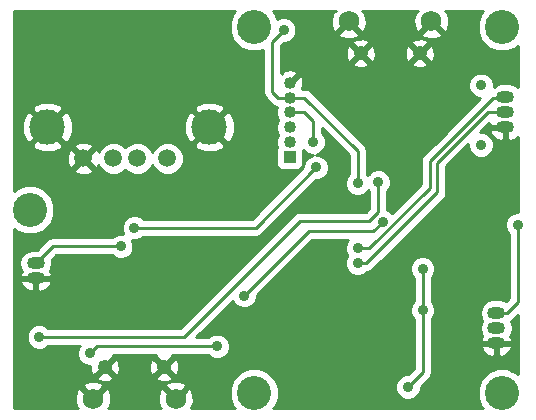
<source format=gbl>
G04 (created by PCBNEW (2013-07-07 BZR 4022)-stable) date 3/23/2015 10:09:48 AM*
%MOIN*%
G04 Gerber Fmt 3.4, Leading zero omitted, Abs format*
%FSLAX34Y34*%
G01*
G70*
G90*
G04 APERTURE LIST*
%ADD10C,0.00590551*%
%ADD11O,0.059X0.042*%
%ADD12R,0.04X0.04*%
%ADD13C,0.04*%
%ADD14C,0.113386*%
%ADD15C,0.0689*%
%ADD16C,0.0492*%
%ADD17C,0.0591*%
%ADD18C,0.1181*%
%ADD19C,0.035*%
%ADD20C,0.01*%
G04 APERTURE END LIST*
G54D10*
G54D11*
X87893Y-69094D03*
X87893Y-68594D03*
X87893Y-68094D03*
X87598Y-75295D03*
X87598Y-75795D03*
X87598Y-76295D03*
G54D12*
X80708Y-70078D03*
G54D13*
X80708Y-69586D03*
X80708Y-69094D03*
X80708Y-68602D03*
X80708Y-68110D03*
X80708Y-67618D03*
G54D14*
X79527Y-77952D03*
X87795Y-77952D03*
X87795Y-65748D03*
X79527Y-65748D03*
G54D15*
X85433Y-65570D03*
G54D16*
X85039Y-66633D03*
X83071Y-66633D03*
G54D15*
X82677Y-65570D03*
G54D17*
X73836Y-70137D03*
X74836Y-70137D03*
X75636Y-70137D03*
X76636Y-70137D03*
G54D18*
X72636Y-69087D03*
X78036Y-69087D03*
G54D15*
X74153Y-78149D03*
G54D16*
X74547Y-77086D03*
X76515Y-77086D03*
G54D15*
X76909Y-78149D03*
G54D11*
X72244Y-73633D03*
X72244Y-74122D03*
G54D14*
X72047Y-71850D03*
G54D19*
X87086Y-67696D03*
X87086Y-69685D03*
X81200Y-77972D03*
X80019Y-75098D03*
X78700Y-67972D03*
X85629Y-76653D03*
X78562Y-75688D03*
X76023Y-77736D03*
X76220Y-73602D03*
X77263Y-74192D03*
X86102Y-71082D03*
X84842Y-70669D03*
X85925Y-73425D03*
X87992Y-71555D03*
X82578Y-74507D03*
X82972Y-71751D03*
X85137Y-75196D03*
X85137Y-73818D03*
X84645Y-77755D03*
X72362Y-76082D03*
X83661Y-70925D03*
X75531Y-72440D03*
X81594Y-70433D03*
X83818Y-72244D03*
X79192Y-74704D03*
X75078Y-73070D03*
X88326Y-72342D03*
X81496Y-69586D03*
X82972Y-73622D03*
X82972Y-73129D03*
X82972Y-70964D03*
X80511Y-65846D03*
X74055Y-76633D03*
X78287Y-76397D03*
G54D20*
X85137Y-73818D02*
X85137Y-75196D01*
X85137Y-77263D02*
X85137Y-75196D01*
X85137Y-77263D02*
X84645Y-77755D01*
X77185Y-76082D02*
X72362Y-76082D01*
X81062Y-72204D02*
X77185Y-76082D01*
X83366Y-72204D02*
X81062Y-72204D01*
X83661Y-71909D02*
X83366Y-72204D01*
X83661Y-70925D02*
X83661Y-71909D01*
X79586Y-72440D02*
X75531Y-72440D01*
X81594Y-70433D02*
X79586Y-72440D01*
X75078Y-73070D02*
X72807Y-73070D01*
X83818Y-72244D02*
X83503Y-72559D01*
X83503Y-72559D02*
X81338Y-72559D01*
X81338Y-72559D02*
X79192Y-74704D01*
X72807Y-73070D02*
X72244Y-73633D01*
X87598Y-75295D02*
X87952Y-75295D01*
X88326Y-74921D02*
X88326Y-72342D01*
X87952Y-75295D02*
X88326Y-74921D01*
X81200Y-68602D02*
X80708Y-68602D01*
X81496Y-68897D02*
X81200Y-68602D01*
X81496Y-69586D02*
X81496Y-68897D01*
X82972Y-73622D02*
X83267Y-73622D01*
X87311Y-68594D02*
X87893Y-68594D01*
X85629Y-70275D02*
X87311Y-68594D01*
X85629Y-71259D02*
X85629Y-70275D01*
X83267Y-73622D02*
X85629Y-71259D01*
X82972Y-73129D02*
X83366Y-73129D01*
X87877Y-68110D02*
X87893Y-68094D01*
X87500Y-68110D02*
X87877Y-68110D01*
X85374Y-70236D02*
X87500Y-68110D01*
X85374Y-71122D02*
X85374Y-70236D01*
X83366Y-73129D02*
X85374Y-71122D01*
X82972Y-70964D02*
X82972Y-69881D01*
X81200Y-68110D02*
X80708Y-68110D01*
X82972Y-69881D02*
X81200Y-68110D01*
X80708Y-68110D02*
X80314Y-68110D01*
X80118Y-66240D02*
X80511Y-65846D01*
X80118Y-67913D02*
X80118Y-66240D01*
X80314Y-68110D02*
X80118Y-67913D01*
X74055Y-76633D02*
X74291Y-76397D01*
X74291Y-76397D02*
X78287Y-76397D01*
G54D10*
G36*
X88312Y-67768D02*
X88165Y-67669D01*
X87989Y-67634D01*
X87798Y-67634D01*
X87621Y-67669D01*
X87511Y-67743D01*
X87511Y-67612D01*
X87447Y-67456D01*
X87327Y-67336D01*
X87171Y-67271D01*
X87002Y-67271D01*
X86846Y-67336D01*
X86726Y-67455D01*
X86661Y-67611D01*
X86661Y-67781D01*
X86726Y-67937D01*
X86845Y-68056D01*
X87001Y-68121D01*
X87064Y-68121D01*
X85780Y-69405D01*
X85780Y-65989D01*
X85433Y-65641D01*
X85085Y-65989D01*
X85118Y-66088D01*
X85340Y-66169D01*
X85577Y-66159D01*
X85747Y-66088D01*
X85780Y-65989D01*
X85780Y-69405D01*
X85540Y-69645D01*
X85540Y-66702D01*
X85528Y-66505D01*
X85475Y-66378D01*
X85385Y-66357D01*
X85315Y-66428D01*
X85315Y-66287D01*
X85294Y-66197D01*
X85107Y-66132D01*
X84911Y-66144D01*
X84783Y-66197D01*
X84763Y-66287D01*
X85039Y-66563D01*
X85315Y-66287D01*
X85315Y-66428D01*
X85109Y-66633D01*
X85385Y-66909D01*
X85475Y-66889D01*
X85540Y-66702D01*
X85540Y-69645D01*
X85315Y-69870D01*
X85315Y-66980D01*
X85039Y-66704D01*
X84968Y-66775D01*
X84968Y-66633D01*
X84692Y-66357D01*
X84602Y-66378D01*
X84538Y-66564D01*
X84549Y-66761D01*
X84602Y-66889D01*
X84692Y-66909D01*
X84968Y-66633D01*
X84968Y-66775D01*
X84763Y-66980D01*
X84783Y-67070D01*
X84970Y-67134D01*
X85167Y-67123D01*
X85294Y-67070D01*
X85315Y-66980D01*
X85315Y-69870D01*
X85161Y-70024D01*
X85096Y-70121D01*
X85074Y-70236D01*
X85074Y-70997D01*
X84123Y-71947D01*
X84059Y-71884D01*
X83961Y-71843D01*
X83961Y-71226D01*
X84021Y-71166D01*
X84086Y-71010D01*
X84086Y-70841D01*
X84021Y-70684D01*
X83902Y-70565D01*
X83746Y-70500D01*
X83577Y-70500D01*
X83572Y-70502D01*
X83572Y-66702D01*
X83560Y-66505D01*
X83507Y-66378D01*
X83417Y-66357D01*
X83347Y-66428D01*
X83347Y-66287D01*
X83326Y-66197D01*
X83139Y-66132D01*
X83024Y-66139D01*
X83024Y-65989D01*
X82677Y-65641D01*
X82329Y-65989D01*
X82362Y-66088D01*
X82584Y-66169D01*
X82821Y-66159D01*
X82991Y-66088D01*
X83024Y-65989D01*
X83024Y-66139D01*
X82943Y-66144D01*
X82815Y-66197D01*
X82795Y-66287D01*
X83071Y-66563D01*
X83347Y-66287D01*
X83347Y-66428D01*
X83141Y-66633D01*
X83417Y-66909D01*
X83507Y-66889D01*
X83572Y-66702D01*
X83572Y-70502D01*
X83420Y-70564D01*
X83347Y-70638D01*
X83347Y-66980D01*
X83071Y-66704D01*
X83000Y-66775D01*
X83000Y-66633D01*
X82724Y-66357D01*
X82634Y-66378D01*
X82570Y-66564D01*
X82581Y-66761D01*
X82634Y-66889D01*
X82724Y-66909D01*
X83000Y-66633D01*
X83000Y-66775D01*
X82795Y-66980D01*
X82815Y-67070D01*
X83002Y-67134D01*
X83199Y-67123D01*
X83326Y-67070D01*
X83347Y-66980D01*
X83347Y-70638D01*
X83301Y-70684D01*
X83298Y-70690D01*
X83272Y-70663D01*
X83272Y-69881D01*
X83249Y-69767D01*
X83249Y-69767D01*
X83184Y-69669D01*
X81412Y-67898D01*
X81315Y-67833D01*
X81200Y-67810D01*
X81118Y-67810D01*
X81163Y-67675D01*
X81151Y-67497D01*
X81107Y-67390D01*
X81022Y-67375D01*
X80951Y-67446D01*
X80779Y-67618D01*
X80784Y-67623D01*
X80748Y-67660D01*
X80668Y-67660D01*
X80632Y-67623D01*
X80637Y-67618D01*
X80632Y-67612D01*
X80703Y-67541D01*
X80708Y-67547D01*
X80951Y-67304D01*
X80936Y-67219D01*
X80766Y-67162D01*
X80587Y-67175D01*
X80481Y-67219D01*
X80466Y-67304D01*
X80420Y-67259D01*
X80418Y-67261D01*
X80418Y-66364D01*
X80511Y-66271D01*
X80595Y-66271D01*
X80752Y-66206D01*
X80871Y-66087D01*
X80936Y-65931D01*
X80936Y-65762D01*
X80872Y-65606D01*
X80752Y-65486D01*
X80596Y-65421D01*
X80427Y-65421D01*
X80298Y-65474D01*
X80220Y-65285D01*
X80165Y-65230D01*
X82237Y-65230D01*
X82159Y-65256D01*
X82078Y-65478D01*
X82088Y-65714D01*
X82159Y-65885D01*
X82258Y-65918D01*
X82606Y-65570D01*
X82600Y-65565D01*
X82671Y-65494D01*
X82677Y-65500D01*
X82682Y-65494D01*
X82753Y-65565D01*
X82747Y-65570D01*
X83095Y-65918D01*
X83195Y-65885D01*
X83276Y-65663D01*
X83265Y-65426D01*
X83195Y-65256D01*
X83116Y-65230D01*
X84993Y-65230D01*
X84915Y-65256D01*
X84834Y-65478D01*
X84844Y-65714D01*
X84915Y-65885D01*
X85014Y-65918D01*
X85362Y-65570D01*
X85356Y-65565D01*
X85427Y-65494D01*
X85433Y-65500D01*
X85438Y-65494D01*
X85509Y-65565D01*
X85503Y-65570D01*
X85851Y-65918D01*
X85951Y-65885D01*
X86032Y-65663D01*
X86021Y-65426D01*
X85951Y-65256D01*
X85872Y-65230D01*
X87157Y-65230D01*
X87103Y-65284D01*
X86978Y-65584D01*
X86978Y-65909D01*
X87102Y-66210D01*
X87331Y-66440D01*
X87632Y-66564D01*
X87957Y-66565D01*
X88257Y-66440D01*
X88312Y-66385D01*
X88312Y-67768D01*
X88312Y-67768D01*
G37*
G54D20*
X88312Y-67768D02*
X88165Y-67669D01*
X87989Y-67634D01*
X87798Y-67634D01*
X87621Y-67669D01*
X87511Y-67743D01*
X87511Y-67612D01*
X87447Y-67456D01*
X87327Y-67336D01*
X87171Y-67271D01*
X87002Y-67271D01*
X86846Y-67336D01*
X86726Y-67455D01*
X86661Y-67611D01*
X86661Y-67781D01*
X86726Y-67937D01*
X86845Y-68056D01*
X87001Y-68121D01*
X87064Y-68121D01*
X85780Y-69405D01*
X85780Y-65989D01*
X85433Y-65641D01*
X85085Y-65989D01*
X85118Y-66088D01*
X85340Y-66169D01*
X85577Y-66159D01*
X85747Y-66088D01*
X85780Y-65989D01*
X85780Y-69405D01*
X85540Y-69645D01*
X85540Y-66702D01*
X85528Y-66505D01*
X85475Y-66378D01*
X85385Y-66357D01*
X85315Y-66428D01*
X85315Y-66287D01*
X85294Y-66197D01*
X85107Y-66132D01*
X84911Y-66144D01*
X84783Y-66197D01*
X84763Y-66287D01*
X85039Y-66563D01*
X85315Y-66287D01*
X85315Y-66428D01*
X85109Y-66633D01*
X85385Y-66909D01*
X85475Y-66889D01*
X85540Y-66702D01*
X85540Y-69645D01*
X85315Y-69870D01*
X85315Y-66980D01*
X85039Y-66704D01*
X84968Y-66775D01*
X84968Y-66633D01*
X84692Y-66357D01*
X84602Y-66378D01*
X84538Y-66564D01*
X84549Y-66761D01*
X84602Y-66889D01*
X84692Y-66909D01*
X84968Y-66633D01*
X84968Y-66775D01*
X84763Y-66980D01*
X84783Y-67070D01*
X84970Y-67134D01*
X85167Y-67123D01*
X85294Y-67070D01*
X85315Y-66980D01*
X85315Y-69870D01*
X85161Y-70024D01*
X85096Y-70121D01*
X85074Y-70236D01*
X85074Y-70997D01*
X84123Y-71947D01*
X84059Y-71884D01*
X83961Y-71843D01*
X83961Y-71226D01*
X84021Y-71166D01*
X84086Y-71010D01*
X84086Y-70841D01*
X84021Y-70684D01*
X83902Y-70565D01*
X83746Y-70500D01*
X83577Y-70500D01*
X83572Y-70502D01*
X83572Y-66702D01*
X83560Y-66505D01*
X83507Y-66378D01*
X83417Y-66357D01*
X83347Y-66428D01*
X83347Y-66287D01*
X83326Y-66197D01*
X83139Y-66132D01*
X83024Y-66139D01*
X83024Y-65989D01*
X82677Y-65641D01*
X82329Y-65989D01*
X82362Y-66088D01*
X82584Y-66169D01*
X82821Y-66159D01*
X82991Y-66088D01*
X83024Y-65989D01*
X83024Y-66139D01*
X82943Y-66144D01*
X82815Y-66197D01*
X82795Y-66287D01*
X83071Y-66563D01*
X83347Y-66287D01*
X83347Y-66428D01*
X83141Y-66633D01*
X83417Y-66909D01*
X83507Y-66889D01*
X83572Y-66702D01*
X83572Y-70502D01*
X83420Y-70564D01*
X83347Y-70638D01*
X83347Y-66980D01*
X83071Y-66704D01*
X83000Y-66775D01*
X83000Y-66633D01*
X82724Y-66357D01*
X82634Y-66378D01*
X82570Y-66564D01*
X82581Y-66761D01*
X82634Y-66889D01*
X82724Y-66909D01*
X83000Y-66633D01*
X83000Y-66775D01*
X82795Y-66980D01*
X82815Y-67070D01*
X83002Y-67134D01*
X83199Y-67123D01*
X83326Y-67070D01*
X83347Y-66980D01*
X83347Y-70638D01*
X83301Y-70684D01*
X83298Y-70690D01*
X83272Y-70663D01*
X83272Y-69881D01*
X83249Y-69767D01*
X83249Y-69767D01*
X83184Y-69669D01*
X81412Y-67898D01*
X81315Y-67833D01*
X81200Y-67810D01*
X81118Y-67810D01*
X81163Y-67675D01*
X81151Y-67497D01*
X81107Y-67390D01*
X81022Y-67375D01*
X80951Y-67446D01*
X80779Y-67618D01*
X80784Y-67623D01*
X80748Y-67660D01*
X80668Y-67660D01*
X80632Y-67623D01*
X80637Y-67618D01*
X80632Y-67612D01*
X80703Y-67541D01*
X80708Y-67547D01*
X80951Y-67304D01*
X80936Y-67219D01*
X80766Y-67162D01*
X80587Y-67175D01*
X80481Y-67219D01*
X80466Y-67304D01*
X80420Y-67259D01*
X80418Y-67261D01*
X80418Y-66364D01*
X80511Y-66271D01*
X80595Y-66271D01*
X80752Y-66206D01*
X80871Y-66087D01*
X80936Y-65931D01*
X80936Y-65762D01*
X80872Y-65606D01*
X80752Y-65486D01*
X80596Y-65421D01*
X80427Y-65421D01*
X80298Y-65474D01*
X80220Y-65285D01*
X80165Y-65230D01*
X82237Y-65230D01*
X82159Y-65256D01*
X82078Y-65478D01*
X82088Y-65714D01*
X82159Y-65885D01*
X82258Y-65918D01*
X82606Y-65570D01*
X82600Y-65565D01*
X82671Y-65494D01*
X82677Y-65500D01*
X82682Y-65494D01*
X82753Y-65565D01*
X82747Y-65570D01*
X83095Y-65918D01*
X83195Y-65885D01*
X83276Y-65663D01*
X83265Y-65426D01*
X83195Y-65256D01*
X83116Y-65230D01*
X84993Y-65230D01*
X84915Y-65256D01*
X84834Y-65478D01*
X84844Y-65714D01*
X84915Y-65885D01*
X85014Y-65918D01*
X85362Y-65570D01*
X85356Y-65565D01*
X85427Y-65494D01*
X85433Y-65500D01*
X85438Y-65494D01*
X85509Y-65565D01*
X85503Y-65570D01*
X85851Y-65918D01*
X85951Y-65885D01*
X86032Y-65663D01*
X86021Y-65426D01*
X85951Y-65256D01*
X85872Y-65230D01*
X87157Y-65230D01*
X87103Y-65284D01*
X86978Y-65584D01*
X86978Y-65909D01*
X87102Y-66210D01*
X87331Y-66440D01*
X87632Y-66564D01*
X87957Y-66565D01*
X88257Y-66440D01*
X88312Y-66385D01*
X88312Y-67768D01*
G54D10*
G36*
X88312Y-77315D02*
X88258Y-77260D01*
X88127Y-77206D01*
X88127Y-76416D01*
X88077Y-76345D01*
X87648Y-76345D01*
X87648Y-76694D01*
X87721Y-76756D01*
X87894Y-76707D01*
X88036Y-76595D01*
X88124Y-76437D01*
X88127Y-76416D01*
X88127Y-77206D01*
X87958Y-77135D01*
X87633Y-77135D01*
X87548Y-77170D01*
X87548Y-76694D01*
X87548Y-76345D01*
X87119Y-76345D01*
X87069Y-76416D01*
X87072Y-76437D01*
X87160Y-76595D01*
X87301Y-76707D01*
X87475Y-76756D01*
X87548Y-76694D01*
X87548Y-77170D01*
X87333Y-77259D01*
X87103Y-77489D01*
X86978Y-77789D01*
X86978Y-78114D01*
X87102Y-78414D01*
X87157Y-78470D01*
X85562Y-78470D01*
X85562Y-75112D01*
X85498Y-74956D01*
X85437Y-74895D01*
X85437Y-74119D01*
X85497Y-74059D01*
X85562Y-73903D01*
X85562Y-73734D01*
X85498Y-73578D01*
X85378Y-73458D01*
X85222Y-73393D01*
X85053Y-73393D01*
X84897Y-73458D01*
X84777Y-73577D01*
X84712Y-73733D01*
X84712Y-73903D01*
X84777Y-74059D01*
X84837Y-74119D01*
X84837Y-74895D01*
X84777Y-74955D01*
X84712Y-75111D01*
X84712Y-75281D01*
X84777Y-75437D01*
X84837Y-75497D01*
X84837Y-77139D01*
X84646Y-77330D01*
X84561Y-77330D01*
X84405Y-77395D01*
X84285Y-77514D01*
X84220Y-77670D01*
X84220Y-77840D01*
X84285Y-77996D01*
X84404Y-78115D01*
X84560Y-78180D01*
X84729Y-78180D01*
X84886Y-78116D01*
X85005Y-77996D01*
X85070Y-77840D01*
X85070Y-77755D01*
X85349Y-77475D01*
X85349Y-77475D01*
X85414Y-77378D01*
X85437Y-77263D01*
X85437Y-77263D01*
X85437Y-75497D01*
X85497Y-75437D01*
X85562Y-75281D01*
X85562Y-75112D01*
X85562Y-78470D01*
X80165Y-78470D01*
X80219Y-78416D01*
X80344Y-78115D01*
X80344Y-77790D01*
X80220Y-77490D01*
X79990Y-77260D01*
X79690Y-77135D01*
X79365Y-77135D01*
X79065Y-77259D01*
X78835Y-77489D01*
X78710Y-77789D01*
X78710Y-78114D01*
X78834Y-78414D01*
X78890Y-78470D01*
X77407Y-78470D01*
X77427Y-78463D01*
X77508Y-78241D01*
X77498Y-78005D01*
X77427Y-77834D01*
X77327Y-77801D01*
X77256Y-77872D01*
X77256Y-77731D01*
X77224Y-77631D01*
X77016Y-77555D01*
X77016Y-77155D01*
X77004Y-76958D01*
X76952Y-76831D01*
X76862Y-76810D01*
X76586Y-77086D01*
X76862Y-77362D01*
X76952Y-77341D01*
X77016Y-77155D01*
X77016Y-77555D01*
X77001Y-77550D01*
X76791Y-77559D01*
X76791Y-77433D01*
X76515Y-77157D01*
X76444Y-77227D01*
X76444Y-77086D01*
X76168Y-76810D01*
X76079Y-76831D01*
X76014Y-77017D01*
X76026Y-77214D01*
X76079Y-77341D01*
X76168Y-77362D01*
X76444Y-77086D01*
X76444Y-77227D01*
X76239Y-77433D01*
X76260Y-77522D01*
X76446Y-77587D01*
X76643Y-77575D01*
X76770Y-77522D01*
X76791Y-77433D01*
X76791Y-77559D01*
X76765Y-77560D01*
X76594Y-77631D01*
X76562Y-77731D01*
X76909Y-78078D01*
X77256Y-77731D01*
X77256Y-77872D01*
X76980Y-78149D01*
X76985Y-78154D01*
X76915Y-78225D01*
X76909Y-78220D01*
X76903Y-78225D01*
X76833Y-78154D01*
X76838Y-78149D01*
X76491Y-77801D01*
X76391Y-77834D01*
X76310Y-78056D01*
X76320Y-78293D01*
X76391Y-78463D01*
X76411Y-78470D01*
X75048Y-78470D01*
X75048Y-77155D01*
X75036Y-76958D01*
X74984Y-76831D01*
X74894Y-76810D01*
X74618Y-77086D01*
X74894Y-77362D01*
X74984Y-77341D01*
X75048Y-77155D01*
X75048Y-78470D01*
X74823Y-78470D01*
X74823Y-77433D01*
X74547Y-77157D01*
X74271Y-77433D01*
X74292Y-77522D01*
X74478Y-77587D01*
X74675Y-77575D01*
X74802Y-77522D01*
X74823Y-77433D01*
X74823Y-78470D01*
X74651Y-78470D01*
X74671Y-78463D01*
X74752Y-78241D01*
X74742Y-78005D01*
X74671Y-77834D01*
X74571Y-77801D01*
X74500Y-77872D01*
X74500Y-77731D01*
X74468Y-77631D01*
X74245Y-77550D01*
X74009Y-77560D01*
X73838Y-77631D01*
X73806Y-77731D01*
X74153Y-78078D01*
X74500Y-77731D01*
X74500Y-77872D01*
X74224Y-78149D01*
X74229Y-78154D01*
X74159Y-78225D01*
X74153Y-78220D01*
X74147Y-78225D01*
X74077Y-78154D01*
X74082Y-78149D01*
X73735Y-77801D01*
X73635Y-77834D01*
X73554Y-78056D01*
X73564Y-78293D01*
X73635Y-78463D01*
X73655Y-78470D01*
X71529Y-78470D01*
X71529Y-72488D01*
X71583Y-72542D01*
X71884Y-72667D01*
X72209Y-72667D01*
X72509Y-72543D01*
X72739Y-72313D01*
X72864Y-72013D01*
X72864Y-71688D01*
X72740Y-71388D01*
X72510Y-71158D01*
X72210Y-71033D01*
X71885Y-71033D01*
X71585Y-71157D01*
X71529Y-71212D01*
X71529Y-65230D01*
X78889Y-65230D01*
X78835Y-65284D01*
X78710Y-65584D01*
X78710Y-65909D01*
X78834Y-66210D01*
X79064Y-66440D01*
X79364Y-66564D01*
X79689Y-66565D01*
X79818Y-66511D01*
X79818Y-67913D01*
X79840Y-68028D01*
X79905Y-68125D01*
X80102Y-68322D01*
X80102Y-68322D01*
X80200Y-68387D01*
X80302Y-68407D01*
X80258Y-68512D01*
X80258Y-68691D01*
X80323Y-68848D01*
X80258Y-69004D01*
X80258Y-69183D01*
X80323Y-69340D01*
X80258Y-69496D01*
X80258Y-69675D01*
X80290Y-69752D01*
X80258Y-69828D01*
X80258Y-69928D01*
X80258Y-70328D01*
X80296Y-70420D01*
X80366Y-70490D01*
X80458Y-70528D01*
X80558Y-70528D01*
X80958Y-70528D01*
X81050Y-70490D01*
X81120Y-70420D01*
X81158Y-70328D01*
X81158Y-70229D01*
X81158Y-69850D01*
X81255Y-69946D01*
X81411Y-70011D01*
X81501Y-70011D01*
X81354Y-70072D01*
X81234Y-70192D01*
X81169Y-70348D01*
X81169Y-70433D01*
X79462Y-72140D01*
X78879Y-72140D01*
X78879Y-69238D01*
X78873Y-68904D01*
X78757Y-68625D01*
X78632Y-68562D01*
X78561Y-68633D01*
X78561Y-68491D01*
X78498Y-68366D01*
X78187Y-68244D01*
X77853Y-68250D01*
X77573Y-68366D01*
X77510Y-68491D01*
X78036Y-69017D01*
X78561Y-68491D01*
X78561Y-68633D01*
X78106Y-69087D01*
X78632Y-69613D01*
X78757Y-69550D01*
X78879Y-69238D01*
X78879Y-72140D01*
X78561Y-72140D01*
X78561Y-69683D01*
X78036Y-69158D01*
X77965Y-69229D01*
X77965Y-69087D01*
X77440Y-68562D01*
X77314Y-68625D01*
X77192Y-68936D01*
X77199Y-69271D01*
X77314Y-69550D01*
X77440Y-69613D01*
X77965Y-69087D01*
X77965Y-69229D01*
X77510Y-69683D01*
X77573Y-69809D01*
X77885Y-69931D01*
X78219Y-69924D01*
X78498Y-69809D01*
X78561Y-69683D01*
X78561Y-72140D01*
X77181Y-72140D01*
X77181Y-70029D01*
X77098Y-69829D01*
X76945Y-69675D01*
X76745Y-69592D01*
X76528Y-69592D01*
X76327Y-69675D01*
X76174Y-69828D01*
X76136Y-69919D01*
X76098Y-69829D01*
X75945Y-69675D01*
X75745Y-69592D01*
X75528Y-69592D01*
X75327Y-69675D01*
X75236Y-69766D01*
X75145Y-69675D01*
X74945Y-69592D01*
X74728Y-69592D01*
X74527Y-69675D01*
X74374Y-69828D01*
X74338Y-69913D01*
X74313Y-69852D01*
X74218Y-69825D01*
X74148Y-69896D01*
X74148Y-69755D01*
X74121Y-69660D01*
X73916Y-69587D01*
X73700Y-69598D01*
X73551Y-69660D01*
X73524Y-69755D01*
X73836Y-70067D01*
X74148Y-69755D01*
X74148Y-69896D01*
X73906Y-70137D01*
X74218Y-70449D01*
X74313Y-70422D01*
X74336Y-70357D01*
X74373Y-70446D01*
X74526Y-70599D01*
X74727Y-70683D01*
X74944Y-70683D01*
X75144Y-70600D01*
X75236Y-70509D01*
X75326Y-70599D01*
X75527Y-70683D01*
X75744Y-70683D01*
X75944Y-70600D01*
X76098Y-70447D01*
X76136Y-70356D01*
X76173Y-70446D01*
X76326Y-70599D01*
X76527Y-70683D01*
X76744Y-70683D01*
X76944Y-70600D01*
X77098Y-70447D01*
X77181Y-70246D01*
X77181Y-70029D01*
X77181Y-72140D01*
X75832Y-72140D01*
X75772Y-72080D01*
X75616Y-72016D01*
X75447Y-72015D01*
X75291Y-72080D01*
X75171Y-72199D01*
X75106Y-72356D01*
X75106Y-72525D01*
X75156Y-72645D01*
X74994Y-72645D01*
X74838Y-72710D01*
X74777Y-72770D01*
X74148Y-72770D01*
X74148Y-70520D01*
X73836Y-70208D01*
X73765Y-70279D01*
X73765Y-70137D01*
X73479Y-69852D01*
X73479Y-69238D01*
X73473Y-68904D01*
X73357Y-68625D01*
X73232Y-68562D01*
X73161Y-68633D01*
X73161Y-68491D01*
X73098Y-68366D01*
X72787Y-68244D01*
X72453Y-68250D01*
X72173Y-68366D01*
X72110Y-68491D01*
X72636Y-69017D01*
X73161Y-68491D01*
X73161Y-68633D01*
X72706Y-69087D01*
X73232Y-69613D01*
X73357Y-69550D01*
X73479Y-69238D01*
X73479Y-69852D01*
X73453Y-69825D01*
X73358Y-69852D01*
X73285Y-70057D01*
X73296Y-70273D01*
X73358Y-70422D01*
X73453Y-70449D01*
X73765Y-70137D01*
X73765Y-70279D01*
X73524Y-70520D01*
X73551Y-70615D01*
X73755Y-70688D01*
X73972Y-70677D01*
X74121Y-70615D01*
X74148Y-70520D01*
X74148Y-72770D01*
X73161Y-72770D01*
X73161Y-69683D01*
X72636Y-69158D01*
X72565Y-69229D01*
X72565Y-69087D01*
X72040Y-68562D01*
X71914Y-68625D01*
X71792Y-68936D01*
X71799Y-69271D01*
X71914Y-69550D01*
X72040Y-69613D01*
X72565Y-69087D01*
X72565Y-69229D01*
X72110Y-69683D01*
X72173Y-69809D01*
X72485Y-69931D01*
X72819Y-69924D01*
X73098Y-69809D01*
X73161Y-69683D01*
X73161Y-72770D01*
X72807Y-72770D01*
X72692Y-72793D01*
X72594Y-72858D01*
X72279Y-73173D01*
X72148Y-73173D01*
X71972Y-73208D01*
X71823Y-73308D01*
X71723Y-73457D01*
X71688Y-73633D01*
X71723Y-73809D01*
X71772Y-73882D01*
X71718Y-73980D01*
X71715Y-74001D01*
X71764Y-74072D01*
X72038Y-74072D01*
X72148Y-74093D01*
X72339Y-74093D01*
X72449Y-74072D01*
X72723Y-74072D01*
X72772Y-74001D01*
X72770Y-73980D01*
X72715Y-73882D01*
X72764Y-73809D01*
X72799Y-73633D01*
X72777Y-73524D01*
X72931Y-73370D01*
X74777Y-73370D01*
X74837Y-73430D01*
X74993Y-73495D01*
X75162Y-73495D01*
X75319Y-73431D01*
X75438Y-73311D01*
X75503Y-73155D01*
X75503Y-72986D01*
X75453Y-72865D01*
X75615Y-72866D01*
X75771Y-72801D01*
X75832Y-72740D01*
X79586Y-72740D01*
X79586Y-72740D01*
X79701Y-72718D01*
X79701Y-72718D01*
X79798Y-72653D01*
X81593Y-70858D01*
X81678Y-70858D01*
X81834Y-70793D01*
X81954Y-70674D01*
X82019Y-70517D01*
X82019Y-70348D01*
X81954Y-70192D01*
X81835Y-70072D01*
X81679Y-70008D01*
X81588Y-70008D01*
X81736Y-69947D01*
X81856Y-69827D01*
X81920Y-69671D01*
X81921Y-69502D01*
X81856Y-69346D01*
X81796Y-69285D01*
X81796Y-69129D01*
X82672Y-70006D01*
X82672Y-70663D01*
X82612Y-70723D01*
X82547Y-70879D01*
X82547Y-71048D01*
X82611Y-71204D01*
X82731Y-71324D01*
X82887Y-71389D01*
X83056Y-71389D01*
X83212Y-71325D01*
X83332Y-71205D01*
X83334Y-71199D01*
X83361Y-71226D01*
X83361Y-71785D01*
X83241Y-71904D01*
X81062Y-71904D01*
X80948Y-71927D01*
X80850Y-71992D01*
X77060Y-75782D01*
X72772Y-75782D01*
X72772Y-74242D01*
X72723Y-74172D01*
X72294Y-74172D01*
X72294Y-74521D01*
X72366Y-74583D01*
X72540Y-74534D01*
X72682Y-74421D01*
X72770Y-74263D01*
X72772Y-74242D01*
X72772Y-75782D01*
X72663Y-75782D01*
X72603Y-75722D01*
X72447Y-75657D01*
X72278Y-75657D01*
X72194Y-75692D01*
X72194Y-74521D01*
X72194Y-74172D01*
X71764Y-74172D01*
X71715Y-74242D01*
X71718Y-74263D01*
X71805Y-74421D01*
X71947Y-74534D01*
X72121Y-74583D01*
X72194Y-74521D01*
X72194Y-75692D01*
X72121Y-75722D01*
X72002Y-75841D01*
X71937Y-75997D01*
X71937Y-76166D01*
X72001Y-76323D01*
X72121Y-76442D01*
X72277Y-76507D01*
X72446Y-76507D01*
X72602Y-76443D01*
X72663Y-76382D01*
X73705Y-76382D01*
X73695Y-76392D01*
X73630Y-76548D01*
X73630Y-76718D01*
X73694Y-76874D01*
X73814Y-76993D01*
X73970Y-77058D01*
X74049Y-77058D01*
X74058Y-77214D01*
X74111Y-77341D01*
X74200Y-77362D01*
X74476Y-77086D01*
X74471Y-77080D01*
X74541Y-77010D01*
X74547Y-77015D01*
X74823Y-76739D01*
X74813Y-76697D01*
X76249Y-76697D01*
X76239Y-76739D01*
X76515Y-77015D01*
X76791Y-76739D01*
X76781Y-76697D01*
X77986Y-76697D01*
X78046Y-76757D01*
X78202Y-76822D01*
X78371Y-76822D01*
X78527Y-76758D01*
X78647Y-76638D01*
X78712Y-76482D01*
X78712Y-76313D01*
X78647Y-76157D01*
X78528Y-76037D01*
X78372Y-75972D01*
X78203Y-75972D01*
X78046Y-76037D01*
X77986Y-76097D01*
X77594Y-76097D01*
X78807Y-74884D01*
X78832Y-74945D01*
X78951Y-75064D01*
X79108Y-75129D01*
X79277Y-75129D01*
X79433Y-75065D01*
X79553Y-74945D01*
X79617Y-74789D01*
X79617Y-74703D01*
X81462Y-72859D01*
X82642Y-72859D01*
X82612Y-72888D01*
X82547Y-73045D01*
X82547Y-73214D01*
X82611Y-73370D01*
X82617Y-73375D01*
X82612Y-73380D01*
X82547Y-73537D01*
X82547Y-73706D01*
X82611Y-73862D01*
X82731Y-73982D01*
X82887Y-74046D01*
X83056Y-74047D01*
X83212Y-73982D01*
X83274Y-73920D01*
X83382Y-73899D01*
X83382Y-73899D01*
X83479Y-73834D01*
X85842Y-71471D01*
X85842Y-71471D01*
X85907Y-71374D01*
X85929Y-71259D01*
X85929Y-71259D01*
X85929Y-70399D01*
X86661Y-69668D01*
X86661Y-69769D01*
X86726Y-69925D01*
X86845Y-70045D01*
X87001Y-70109D01*
X87170Y-70110D01*
X87327Y-70045D01*
X87446Y-69926D01*
X87511Y-69769D01*
X87511Y-69600D01*
X87447Y-69444D01*
X87327Y-69324D01*
X87171Y-69260D01*
X87069Y-69260D01*
X87366Y-68963D01*
X87364Y-68973D01*
X87414Y-69044D01*
X87747Y-69044D01*
X87798Y-69054D01*
X87951Y-69054D01*
X87951Y-69144D01*
X87943Y-69144D01*
X87943Y-69493D01*
X88016Y-69556D01*
X88190Y-69506D01*
X88312Y-69409D01*
X88312Y-71917D01*
X88242Y-71917D01*
X88086Y-71982D01*
X87966Y-72101D01*
X87901Y-72257D01*
X87901Y-72426D01*
X87966Y-72582D01*
X88026Y-72643D01*
X88026Y-74796D01*
X87920Y-74903D01*
X87870Y-74870D01*
X87843Y-74865D01*
X87843Y-69493D01*
X87843Y-69144D01*
X87414Y-69144D01*
X87364Y-69215D01*
X87367Y-69236D01*
X87455Y-69394D01*
X87597Y-69506D01*
X87771Y-69556D01*
X87843Y-69493D01*
X87843Y-74865D01*
X87694Y-74835D01*
X87502Y-74835D01*
X87326Y-74870D01*
X87177Y-74970D01*
X87077Y-75119D01*
X87042Y-75295D01*
X87077Y-75471D01*
X87127Y-75545D01*
X87077Y-75619D01*
X87042Y-75795D01*
X87077Y-75971D01*
X87130Y-76049D01*
X87072Y-76153D01*
X87069Y-76174D01*
X87119Y-76245D01*
X87452Y-76245D01*
X87502Y-76255D01*
X87694Y-76255D01*
X87744Y-76245D01*
X88077Y-76245D01*
X88127Y-76174D01*
X88124Y-76153D01*
X88066Y-76049D01*
X88119Y-75971D01*
X88154Y-75795D01*
X88119Y-75619D01*
X88081Y-75563D01*
X88164Y-75507D01*
X88312Y-75359D01*
X88312Y-77315D01*
X88312Y-77315D01*
G37*
G54D20*
X88312Y-77315D02*
X88258Y-77260D01*
X88127Y-77206D01*
X88127Y-76416D01*
X88077Y-76345D01*
X87648Y-76345D01*
X87648Y-76694D01*
X87721Y-76756D01*
X87894Y-76707D01*
X88036Y-76595D01*
X88124Y-76437D01*
X88127Y-76416D01*
X88127Y-77206D01*
X87958Y-77135D01*
X87633Y-77135D01*
X87548Y-77170D01*
X87548Y-76694D01*
X87548Y-76345D01*
X87119Y-76345D01*
X87069Y-76416D01*
X87072Y-76437D01*
X87160Y-76595D01*
X87301Y-76707D01*
X87475Y-76756D01*
X87548Y-76694D01*
X87548Y-77170D01*
X87333Y-77259D01*
X87103Y-77489D01*
X86978Y-77789D01*
X86978Y-78114D01*
X87102Y-78414D01*
X87157Y-78470D01*
X85562Y-78470D01*
X85562Y-75112D01*
X85498Y-74956D01*
X85437Y-74895D01*
X85437Y-74119D01*
X85497Y-74059D01*
X85562Y-73903D01*
X85562Y-73734D01*
X85498Y-73578D01*
X85378Y-73458D01*
X85222Y-73393D01*
X85053Y-73393D01*
X84897Y-73458D01*
X84777Y-73577D01*
X84712Y-73733D01*
X84712Y-73903D01*
X84777Y-74059D01*
X84837Y-74119D01*
X84837Y-74895D01*
X84777Y-74955D01*
X84712Y-75111D01*
X84712Y-75281D01*
X84777Y-75437D01*
X84837Y-75497D01*
X84837Y-77139D01*
X84646Y-77330D01*
X84561Y-77330D01*
X84405Y-77395D01*
X84285Y-77514D01*
X84220Y-77670D01*
X84220Y-77840D01*
X84285Y-77996D01*
X84404Y-78115D01*
X84560Y-78180D01*
X84729Y-78180D01*
X84886Y-78116D01*
X85005Y-77996D01*
X85070Y-77840D01*
X85070Y-77755D01*
X85349Y-77475D01*
X85349Y-77475D01*
X85414Y-77378D01*
X85437Y-77263D01*
X85437Y-77263D01*
X85437Y-75497D01*
X85497Y-75437D01*
X85562Y-75281D01*
X85562Y-75112D01*
X85562Y-78470D01*
X80165Y-78470D01*
X80219Y-78416D01*
X80344Y-78115D01*
X80344Y-77790D01*
X80220Y-77490D01*
X79990Y-77260D01*
X79690Y-77135D01*
X79365Y-77135D01*
X79065Y-77259D01*
X78835Y-77489D01*
X78710Y-77789D01*
X78710Y-78114D01*
X78834Y-78414D01*
X78890Y-78470D01*
X77407Y-78470D01*
X77427Y-78463D01*
X77508Y-78241D01*
X77498Y-78005D01*
X77427Y-77834D01*
X77327Y-77801D01*
X77256Y-77872D01*
X77256Y-77731D01*
X77224Y-77631D01*
X77016Y-77555D01*
X77016Y-77155D01*
X77004Y-76958D01*
X76952Y-76831D01*
X76862Y-76810D01*
X76586Y-77086D01*
X76862Y-77362D01*
X76952Y-77341D01*
X77016Y-77155D01*
X77016Y-77555D01*
X77001Y-77550D01*
X76791Y-77559D01*
X76791Y-77433D01*
X76515Y-77157D01*
X76444Y-77227D01*
X76444Y-77086D01*
X76168Y-76810D01*
X76079Y-76831D01*
X76014Y-77017D01*
X76026Y-77214D01*
X76079Y-77341D01*
X76168Y-77362D01*
X76444Y-77086D01*
X76444Y-77227D01*
X76239Y-77433D01*
X76260Y-77522D01*
X76446Y-77587D01*
X76643Y-77575D01*
X76770Y-77522D01*
X76791Y-77433D01*
X76791Y-77559D01*
X76765Y-77560D01*
X76594Y-77631D01*
X76562Y-77731D01*
X76909Y-78078D01*
X77256Y-77731D01*
X77256Y-77872D01*
X76980Y-78149D01*
X76985Y-78154D01*
X76915Y-78225D01*
X76909Y-78220D01*
X76903Y-78225D01*
X76833Y-78154D01*
X76838Y-78149D01*
X76491Y-77801D01*
X76391Y-77834D01*
X76310Y-78056D01*
X76320Y-78293D01*
X76391Y-78463D01*
X76411Y-78470D01*
X75048Y-78470D01*
X75048Y-77155D01*
X75036Y-76958D01*
X74984Y-76831D01*
X74894Y-76810D01*
X74618Y-77086D01*
X74894Y-77362D01*
X74984Y-77341D01*
X75048Y-77155D01*
X75048Y-78470D01*
X74823Y-78470D01*
X74823Y-77433D01*
X74547Y-77157D01*
X74271Y-77433D01*
X74292Y-77522D01*
X74478Y-77587D01*
X74675Y-77575D01*
X74802Y-77522D01*
X74823Y-77433D01*
X74823Y-78470D01*
X74651Y-78470D01*
X74671Y-78463D01*
X74752Y-78241D01*
X74742Y-78005D01*
X74671Y-77834D01*
X74571Y-77801D01*
X74500Y-77872D01*
X74500Y-77731D01*
X74468Y-77631D01*
X74245Y-77550D01*
X74009Y-77560D01*
X73838Y-77631D01*
X73806Y-77731D01*
X74153Y-78078D01*
X74500Y-77731D01*
X74500Y-77872D01*
X74224Y-78149D01*
X74229Y-78154D01*
X74159Y-78225D01*
X74153Y-78220D01*
X74147Y-78225D01*
X74077Y-78154D01*
X74082Y-78149D01*
X73735Y-77801D01*
X73635Y-77834D01*
X73554Y-78056D01*
X73564Y-78293D01*
X73635Y-78463D01*
X73655Y-78470D01*
X71529Y-78470D01*
X71529Y-72488D01*
X71583Y-72542D01*
X71884Y-72667D01*
X72209Y-72667D01*
X72509Y-72543D01*
X72739Y-72313D01*
X72864Y-72013D01*
X72864Y-71688D01*
X72740Y-71388D01*
X72510Y-71158D01*
X72210Y-71033D01*
X71885Y-71033D01*
X71585Y-71157D01*
X71529Y-71212D01*
X71529Y-65230D01*
X78889Y-65230D01*
X78835Y-65284D01*
X78710Y-65584D01*
X78710Y-65909D01*
X78834Y-66210D01*
X79064Y-66440D01*
X79364Y-66564D01*
X79689Y-66565D01*
X79818Y-66511D01*
X79818Y-67913D01*
X79840Y-68028D01*
X79905Y-68125D01*
X80102Y-68322D01*
X80102Y-68322D01*
X80200Y-68387D01*
X80302Y-68407D01*
X80258Y-68512D01*
X80258Y-68691D01*
X80323Y-68848D01*
X80258Y-69004D01*
X80258Y-69183D01*
X80323Y-69340D01*
X80258Y-69496D01*
X80258Y-69675D01*
X80290Y-69752D01*
X80258Y-69828D01*
X80258Y-69928D01*
X80258Y-70328D01*
X80296Y-70420D01*
X80366Y-70490D01*
X80458Y-70528D01*
X80558Y-70528D01*
X80958Y-70528D01*
X81050Y-70490D01*
X81120Y-70420D01*
X81158Y-70328D01*
X81158Y-70229D01*
X81158Y-69850D01*
X81255Y-69946D01*
X81411Y-70011D01*
X81501Y-70011D01*
X81354Y-70072D01*
X81234Y-70192D01*
X81169Y-70348D01*
X81169Y-70433D01*
X79462Y-72140D01*
X78879Y-72140D01*
X78879Y-69238D01*
X78873Y-68904D01*
X78757Y-68625D01*
X78632Y-68562D01*
X78561Y-68633D01*
X78561Y-68491D01*
X78498Y-68366D01*
X78187Y-68244D01*
X77853Y-68250D01*
X77573Y-68366D01*
X77510Y-68491D01*
X78036Y-69017D01*
X78561Y-68491D01*
X78561Y-68633D01*
X78106Y-69087D01*
X78632Y-69613D01*
X78757Y-69550D01*
X78879Y-69238D01*
X78879Y-72140D01*
X78561Y-72140D01*
X78561Y-69683D01*
X78036Y-69158D01*
X77965Y-69229D01*
X77965Y-69087D01*
X77440Y-68562D01*
X77314Y-68625D01*
X77192Y-68936D01*
X77199Y-69271D01*
X77314Y-69550D01*
X77440Y-69613D01*
X77965Y-69087D01*
X77965Y-69229D01*
X77510Y-69683D01*
X77573Y-69809D01*
X77885Y-69931D01*
X78219Y-69924D01*
X78498Y-69809D01*
X78561Y-69683D01*
X78561Y-72140D01*
X77181Y-72140D01*
X77181Y-70029D01*
X77098Y-69829D01*
X76945Y-69675D01*
X76745Y-69592D01*
X76528Y-69592D01*
X76327Y-69675D01*
X76174Y-69828D01*
X76136Y-69919D01*
X76098Y-69829D01*
X75945Y-69675D01*
X75745Y-69592D01*
X75528Y-69592D01*
X75327Y-69675D01*
X75236Y-69766D01*
X75145Y-69675D01*
X74945Y-69592D01*
X74728Y-69592D01*
X74527Y-69675D01*
X74374Y-69828D01*
X74338Y-69913D01*
X74313Y-69852D01*
X74218Y-69825D01*
X74148Y-69896D01*
X74148Y-69755D01*
X74121Y-69660D01*
X73916Y-69587D01*
X73700Y-69598D01*
X73551Y-69660D01*
X73524Y-69755D01*
X73836Y-70067D01*
X74148Y-69755D01*
X74148Y-69896D01*
X73906Y-70137D01*
X74218Y-70449D01*
X74313Y-70422D01*
X74336Y-70357D01*
X74373Y-70446D01*
X74526Y-70599D01*
X74727Y-70683D01*
X74944Y-70683D01*
X75144Y-70600D01*
X75236Y-70509D01*
X75326Y-70599D01*
X75527Y-70683D01*
X75744Y-70683D01*
X75944Y-70600D01*
X76098Y-70447D01*
X76136Y-70356D01*
X76173Y-70446D01*
X76326Y-70599D01*
X76527Y-70683D01*
X76744Y-70683D01*
X76944Y-70600D01*
X77098Y-70447D01*
X77181Y-70246D01*
X77181Y-70029D01*
X77181Y-72140D01*
X75832Y-72140D01*
X75772Y-72080D01*
X75616Y-72016D01*
X75447Y-72015D01*
X75291Y-72080D01*
X75171Y-72199D01*
X75106Y-72356D01*
X75106Y-72525D01*
X75156Y-72645D01*
X74994Y-72645D01*
X74838Y-72710D01*
X74777Y-72770D01*
X74148Y-72770D01*
X74148Y-70520D01*
X73836Y-70208D01*
X73765Y-70279D01*
X73765Y-70137D01*
X73479Y-69852D01*
X73479Y-69238D01*
X73473Y-68904D01*
X73357Y-68625D01*
X73232Y-68562D01*
X73161Y-68633D01*
X73161Y-68491D01*
X73098Y-68366D01*
X72787Y-68244D01*
X72453Y-68250D01*
X72173Y-68366D01*
X72110Y-68491D01*
X72636Y-69017D01*
X73161Y-68491D01*
X73161Y-68633D01*
X72706Y-69087D01*
X73232Y-69613D01*
X73357Y-69550D01*
X73479Y-69238D01*
X73479Y-69852D01*
X73453Y-69825D01*
X73358Y-69852D01*
X73285Y-70057D01*
X73296Y-70273D01*
X73358Y-70422D01*
X73453Y-70449D01*
X73765Y-70137D01*
X73765Y-70279D01*
X73524Y-70520D01*
X73551Y-70615D01*
X73755Y-70688D01*
X73972Y-70677D01*
X74121Y-70615D01*
X74148Y-70520D01*
X74148Y-72770D01*
X73161Y-72770D01*
X73161Y-69683D01*
X72636Y-69158D01*
X72565Y-69229D01*
X72565Y-69087D01*
X72040Y-68562D01*
X71914Y-68625D01*
X71792Y-68936D01*
X71799Y-69271D01*
X71914Y-69550D01*
X72040Y-69613D01*
X72565Y-69087D01*
X72565Y-69229D01*
X72110Y-69683D01*
X72173Y-69809D01*
X72485Y-69931D01*
X72819Y-69924D01*
X73098Y-69809D01*
X73161Y-69683D01*
X73161Y-72770D01*
X72807Y-72770D01*
X72692Y-72793D01*
X72594Y-72858D01*
X72279Y-73173D01*
X72148Y-73173D01*
X71972Y-73208D01*
X71823Y-73308D01*
X71723Y-73457D01*
X71688Y-73633D01*
X71723Y-73809D01*
X71772Y-73882D01*
X71718Y-73980D01*
X71715Y-74001D01*
X71764Y-74072D01*
X72038Y-74072D01*
X72148Y-74093D01*
X72339Y-74093D01*
X72449Y-74072D01*
X72723Y-74072D01*
X72772Y-74001D01*
X72770Y-73980D01*
X72715Y-73882D01*
X72764Y-73809D01*
X72799Y-73633D01*
X72777Y-73524D01*
X72931Y-73370D01*
X74777Y-73370D01*
X74837Y-73430D01*
X74993Y-73495D01*
X75162Y-73495D01*
X75319Y-73431D01*
X75438Y-73311D01*
X75503Y-73155D01*
X75503Y-72986D01*
X75453Y-72865D01*
X75615Y-72866D01*
X75771Y-72801D01*
X75832Y-72740D01*
X79586Y-72740D01*
X79586Y-72740D01*
X79701Y-72718D01*
X79701Y-72718D01*
X79798Y-72653D01*
X81593Y-70858D01*
X81678Y-70858D01*
X81834Y-70793D01*
X81954Y-70674D01*
X82019Y-70517D01*
X82019Y-70348D01*
X81954Y-70192D01*
X81835Y-70072D01*
X81679Y-70008D01*
X81588Y-70008D01*
X81736Y-69947D01*
X81856Y-69827D01*
X81920Y-69671D01*
X81921Y-69502D01*
X81856Y-69346D01*
X81796Y-69285D01*
X81796Y-69129D01*
X82672Y-70006D01*
X82672Y-70663D01*
X82612Y-70723D01*
X82547Y-70879D01*
X82547Y-71048D01*
X82611Y-71204D01*
X82731Y-71324D01*
X82887Y-71389D01*
X83056Y-71389D01*
X83212Y-71325D01*
X83332Y-71205D01*
X83334Y-71199D01*
X83361Y-71226D01*
X83361Y-71785D01*
X83241Y-71904D01*
X81062Y-71904D01*
X80948Y-71927D01*
X80850Y-71992D01*
X77060Y-75782D01*
X72772Y-75782D01*
X72772Y-74242D01*
X72723Y-74172D01*
X72294Y-74172D01*
X72294Y-74521D01*
X72366Y-74583D01*
X72540Y-74534D01*
X72682Y-74421D01*
X72770Y-74263D01*
X72772Y-74242D01*
X72772Y-75782D01*
X72663Y-75782D01*
X72603Y-75722D01*
X72447Y-75657D01*
X72278Y-75657D01*
X72194Y-75692D01*
X72194Y-74521D01*
X72194Y-74172D01*
X71764Y-74172D01*
X71715Y-74242D01*
X71718Y-74263D01*
X71805Y-74421D01*
X71947Y-74534D01*
X72121Y-74583D01*
X72194Y-74521D01*
X72194Y-75692D01*
X72121Y-75722D01*
X72002Y-75841D01*
X71937Y-75997D01*
X71937Y-76166D01*
X72001Y-76323D01*
X72121Y-76442D01*
X72277Y-76507D01*
X72446Y-76507D01*
X72602Y-76443D01*
X72663Y-76382D01*
X73705Y-76382D01*
X73695Y-76392D01*
X73630Y-76548D01*
X73630Y-76718D01*
X73694Y-76874D01*
X73814Y-76993D01*
X73970Y-77058D01*
X74049Y-77058D01*
X74058Y-77214D01*
X74111Y-77341D01*
X74200Y-77362D01*
X74476Y-77086D01*
X74471Y-77080D01*
X74541Y-77010D01*
X74547Y-77015D01*
X74823Y-76739D01*
X74813Y-76697D01*
X76249Y-76697D01*
X76239Y-76739D01*
X76515Y-77015D01*
X76791Y-76739D01*
X76781Y-76697D01*
X77986Y-76697D01*
X78046Y-76757D01*
X78202Y-76822D01*
X78371Y-76822D01*
X78527Y-76758D01*
X78647Y-76638D01*
X78712Y-76482D01*
X78712Y-76313D01*
X78647Y-76157D01*
X78528Y-76037D01*
X78372Y-75972D01*
X78203Y-75972D01*
X78046Y-76037D01*
X77986Y-76097D01*
X77594Y-76097D01*
X78807Y-74884D01*
X78832Y-74945D01*
X78951Y-75064D01*
X79108Y-75129D01*
X79277Y-75129D01*
X79433Y-75065D01*
X79553Y-74945D01*
X79617Y-74789D01*
X79617Y-74703D01*
X81462Y-72859D01*
X82642Y-72859D01*
X82612Y-72888D01*
X82547Y-73045D01*
X82547Y-73214D01*
X82611Y-73370D01*
X82617Y-73375D01*
X82612Y-73380D01*
X82547Y-73537D01*
X82547Y-73706D01*
X82611Y-73862D01*
X82731Y-73982D01*
X82887Y-74046D01*
X83056Y-74047D01*
X83212Y-73982D01*
X83274Y-73920D01*
X83382Y-73899D01*
X83382Y-73899D01*
X83479Y-73834D01*
X85842Y-71471D01*
X85842Y-71471D01*
X85907Y-71374D01*
X85929Y-71259D01*
X85929Y-71259D01*
X85929Y-70399D01*
X86661Y-69668D01*
X86661Y-69769D01*
X86726Y-69925D01*
X86845Y-70045D01*
X87001Y-70109D01*
X87170Y-70110D01*
X87327Y-70045D01*
X87446Y-69926D01*
X87511Y-69769D01*
X87511Y-69600D01*
X87447Y-69444D01*
X87327Y-69324D01*
X87171Y-69260D01*
X87069Y-69260D01*
X87366Y-68963D01*
X87364Y-68973D01*
X87414Y-69044D01*
X87747Y-69044D01*
X87798Y-69054D01*
X87951Y-69054D01*
X87951Y-69144D01*
X87943Y-69144D01*
X87943Y-69493D01*
X88016Y-69556D01*
X88190Y-69506D01*
X88312Y-69409D01*
X88312Y-71917D01*
X88242Y-71917D01*
X88086Y-71982D01*
X87966Y-72101D01*
X87901Y-72257D01*
X87901Y-72426D01*
X87966Y-72582D01*
X88026Y-72643D01*
X88026Y-74796D01*
X87920Y-74903D01*
X87870Y-74870D01*
X87843Y-74865D01*
X87843Y-69493D01*
X87843Y-69144D01*
X87414Y-69144D01*
X87364Y-69215D01*
X87367Y-69236D01*
X87455Y-69394D01*
X87597Y-69506D01*
X87771Y-69556D01*
X87843Y-69493D01*
X87843Y-74865D01*
X87694Y-74835D01*
X87502Y-74835D01*
X87326Y-74870D01*
X87177Y-74970D01*
X87077Y-75119D01*
X87042Y-75295D01*
X87077Y-75471D01*
X87127Y-75545D01*
X87077Y-75619D01*
X87042Y-75795D01*
X87077Y-75971D01*
X87130Y-76049D01*
X87072Y-76153D01*
X87069Y-76174D01*
X87119Y-76245D01*
X87452Y-76245D01*
X87502Y-76255D01*
X87694Y-76255D01*
X87744Y-76245D01*
X88077Y-76245D01*
X88127Y-76174D01*
X88124Y-76153D01*
X88066Y-76049D01*
X88119Y-75971D01*
X88154Y-75795D01*
X88119Y-75619D01*
X88081Y-75563D01*
X88164Y-75507D01*
X88312Y-75359D01*
X88312Y-77315D01*
M02*

</source>
